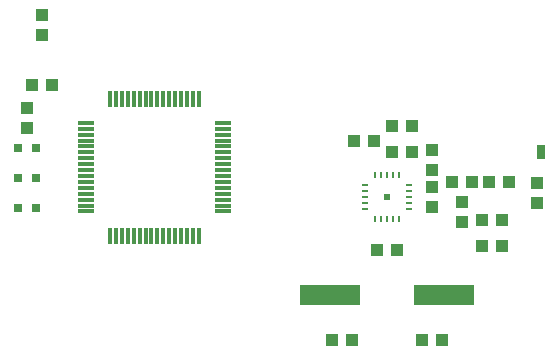
<source format=gtp>
G75*
G70*
%OFA0B0*%
%FSLAX24Y24*%
%IPPOS*%
%LPD*%
%AMOC8*
5,1,8,0,0,1.08239X$1,22.5*
%
%ADD10R,0.0433X0.0394*%
%ADD11R,0.0394X0.0433*%
%ADD12R,0.2000X0.0700*%
%ADD13R,0.0197X0.0197*%
%ADD14R,0.0190X0.0080*%
%ADD15R,0.0080X0.0190*%
%ADD16R,0.0315X0.0315*%
%ADD17R,0.0250X0.0500*%
%ADD18R,0.0118X0.0551*%
%ADD19R,0.0551X0.0118*%
D10*
X007438Y011229D03*
X007438Y011899D03*
X007603Y012689D03*
X008272Y012689D03*
X007938Y014354D03*
X007938Y015024D03*
X018353Y010814D03*
X019022Y010814D03*
X019603Y010439D03*
X020272Y010439D03*
X020272Y011314D03*
X019603Y011314D03*
X020938Y010524D03*
X020938Y009854D03*
X021603Y009439D03*
X022272Y009439D03*
X022853Y009439D03*
X023522Y009439D03*
X023272Y008189D03*
X022603Y008189D03*
X022603Y007314D03*
X023272Y007314D03*
X021272Y004189D03*
X020603Y004189D03*
X018272Y004189D03*
X017603Y004189D03*
D11*
X019103Y007189D03*
X019772Y007189D03*
X020938Y008604D03*
X020938Y009274D03*
X021938Y008774D03*
X021938Y008104D03*
X024438Y008729D03*
X024438Y009399D03*
D12*
X021338Y005689D03*
X017538Y005689D03*
D13*
X019438Y008939D03*
D14*
X020168Y008939D03*
X020168Y008744D03*
X020168Y008544D03*
X020168Y009134D03*
X020168Y009334D03*
X018708Y009334D03*
X018708Y009134D03*
X018708Y008939D03*
X018708Y008744D03*
X018708Y008544D03*
D15*
X019043Y008209D03*
X019243Y008209D03*
X019438Y008209D03*
X019633Y008209D03*
X019833Y008209D03*
X019833Y009669D03*
X019633Y009669D03*
X019438Y009669D03*
X019243Y009669D03*
X019043Y009669D03*
D16*
X007143Y008564D03*
X007733Y008564D03*
X007733Y009564D03*
X007143Y009564D03*
X007143Y010564D03*
X007733Y010564D03*
D17*
X024563Y010439D03*
D18*
X013164Y012223D03*
X012967Y012223D03*
X012770Y012223D03*
X012574Y012223D03*
X012377Y012223D03*
X012180Y012223D03*
X011983Y012223D03*
X011786Y012223D03*
X011589Y012223D03*
X011393Y012223D03*
X011196Y012223D03*
X010999Y012223D03*
X010802Y012223D03*
X010605Y012223D03*
X010408Y012223D03*
X010211Y012223D03*
X010211Y007656D03*
X010408Y007656D03*
X010605Y007656D03*
X010802Y007656D03*
X010999Y007656D03*
X011196Y007656D03*
X011393Y007656D03*
X011589Y007656D03*
X011786Y007656D03*
X011983Y007656D03*
X012180Y007656D03*
X012377Y007656D03*
X012574Y007656D03*
X012770Y007656D03*
X012967Y007656D03*
X013164Y007656D03*
D19*
X013971Y008463D03*
X013971Y008660D03*
X013971Y008856D03*
X013971Y009053D03*
X013971Y009250D03*
X013971Y009447D03*
X013971Y009644D03*
X013971Y009841D03*
X013971Y010037D03*
X013971Y010234D03*
X013971Y010431D03*
X013971Y010628D03*
X013971Y010825D03*
X013971Y011022D03*
X013971Y011219D03*
X013971Y011415D03*
X009404Y011415D03*
X009404Y011219D03*
X009404Y011022D03*
X009404Y010825D03*
X009404Y010628D03*
X009404Y010431D03*
X009404Y010234D03*
X009404Y010037D03*
X009404Y009841D03*
X009404Y009644D03*
X009404Y009447D03*
X009404Y009250D03*
X009404Y009053D03*
X009404Y008856D03*
X009404Y008660D03*
X009404Y008463D03*
M02*

</source>
